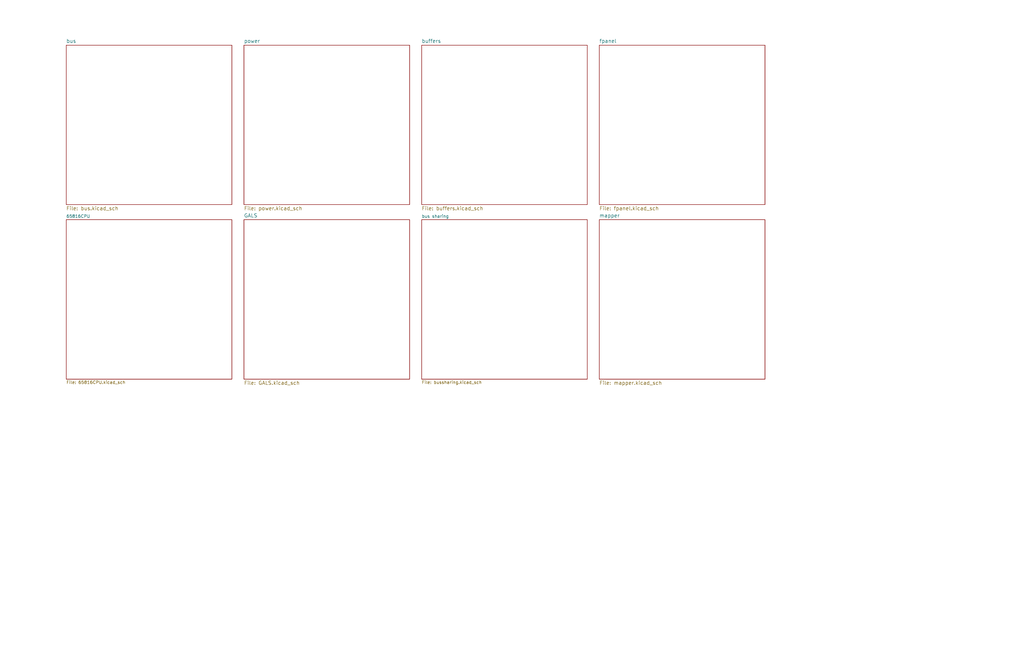
<source format=kicad_sch>
(kicad_sch (version 20211123) (generator eeschema)

  (uuid 18cdbc1e-88fb-4fa4-ad3d-e978304be174)

  (paper "B")

  (title_block
    (title "Duodyne 65265 CPU board")
    (date "2025-04-12")
    (rev "V0.5")
  )

  (lib_symbols
  )


  (sheet (at 102.87 92.71) (size 69.85 67.31) (fields_autoplaced)
    (stroke (width 0) (type solid) (color 0 0 0 0))
    (fill (color 0 0 0 0.0000))
    (uuid 00000000-0000-0000-0000-0000640c66b9)
    (property "Sheet name" "GALS" (id 0) (at 102.87 91.8714 0)
      (effects (font (size 1.524 1.524)) (justify left bottom))
    )
    (property "Sheet file" "GALS.kicad_sch" (id 1) (at 102.87 160.7062 0)
      (effects (font (size 1.524 1.524)) (justify left top))
    )
  )

  (sheet (at 252.73 92.71) (size 69.85 67.31) (fields_autoplaced)
    (stroke (width 0) (type solid) (color 0 0 0 0))
    (fill (color 0 0 0 0.0000))
    (uuid 00000000-0000-0000-0000-000064122c47)
    (property "Sheet name" "mapper" (id 0) (at 252.73 91.8714 0)
      (effects (font (size 1.524 1.524)) (justify left bottom))
    )
    (property "Sheet file" "mapper.kicad_sch" (id 1) (at 252.73 160.7062 0)
      (effects (font (size 1.524 1.524)) (justify left top))
    )
  )

  (sheet (at 252.73 19.05) (size 69.85 67.31) (fields_autoplaced)
    (stroke (width 0) (type solid) (color 0 0 0 0))
    (fill (color 0 0 0 0.0000))
    (uuid 00000000-0000-0000-0000-000064137070)
    (property "Sheet name" "fpanel" (id 0) (at 252.73 18.2114 0)
      (effects (font (size 1.524 1.524)) (justify left bottom))
    )
    (property "Sheet file" "fpanel.kicad_sch" (id 1) (at 252.73 87.0462 0)
      (effects (font (size 1.524 1.524)) (justify left top))
    )
  )

  (sheet (at 27.94 19.05) (size 69.85 67.31) (fields_autoplaced)
    (stroke (width 0) (type solid) (color 0 0 0 0))
    (fill (color 0 0 0 0.0000))
    (uuid 00000000-0000-0000-0000-00006416c532)
    (property "Sheet name" "bus" (id 0) (at 27.94 18.2114 0)
      (effects (font (size 1.524 1.524)) (justify left bottom))
    )
    (property "Sheet file" "bus.kicad_sch" (id 1) (at 27.94 87.0462 0)
      (effects (font (size 1.524 1.524)) (justify left top))
    )
  )

  (sheet (at 102.87 19.05) (size 69.85 67.31) (fields_autoplaced)
    (stroke (width 0) (type solid) (color 0 0 0 0))
    (fill (color 0 0 0 0.0000))
    (uuid 00000000-0000-0000-0000-0000643138dc)
    (property "Sheet name" "power" (id 0) (at 102.87 18.2114 0)
      (effects (font (size 1.524 1.524)) (justify left bottom))
    )
    (property "Sheet file" "power.kicad_sch" (id 1) (at 102.87 87.0462 0)
      (effects (font (size 1.524 1.524)) (justify left top))
    )
  )

  (sheet (at 177.8 19.05) (size 69.85 67.31) (fields_autoplaced)
    (stroke (width 0) (type solid) (color 0 0 0 0))
    (fill (color 0 0 0 0.0000))
    (uuid 00000000-0000-0000-0000-00006439f52f)
    (property "Sheet name" "buffers" (id 0) (at 177.8 18.2114 0)
      (effects (font (size 1.524 1.524)) (justify left bottom))
    )
    (property "Sheet file" "buffers.kicad_sch" (id 1) (at 177.8 87.0462 0)
      (effects (font (size 1.524 1.524)) (justify left top))
    )
  )

  (sheet (at 27.94 92.71) (size 69.85 67.31) (fields_autoplaced)
    (stroke (width 0.1524) (type solid) (color 0 0 0 0))
    (fill (color 0 0 0 0.0000))
    (uuid ba44e7a1-24af-4410-9b7f-d27d944b565f)
    (property "Sheet name" "65816CPU" (id 0) (at 27.94 91.9984 0)
      (effects (font (size 1.27 1.27)) (justify left bottom))
    )
    (property "Sheet file" "65816CPU.kicad_sch" (id 1) (at 27.94 160.6046 0)
      (effects (font (size 1.27 1.27)) (justify left top))
    )
  )

  (sheet (at 177.8 92.71) (size 69.85 67.31) (fields_autoplaced)
    (stroke (width 0.1524) (type solid) (color 0 0 0 0))
    (fill (color 0 0 0 0.0000))
    (uuid ff72463c-5183-4732-aac6-18e75b0f54a5)
    (property "Sheet name" "bus sharing" (id 0) (at 177.8 91.9984 0)
      (effects (font (size 1.27 1.27)) (justify left bottom))
    )
    (property "Sheet file" "bussharing.kicad_sch" (id 1) (at 177.8 160.6046 0)
      (effects (font (size 1.27 1.27)) (justify left top))
    )
  )

  (sheet_instances
    (path "/" (page "1"))
    (path "/00000000-0000-0000-0000-00006416c532" (page "2"))
    (path "/00000000-0000-0000-0000-0000643138dc" (page "4"))
    (path "/00000000-0000-0000-0000-0000640c66b9" (page "5"))
    (path "/00000000-0000-0000-0000-00006439f52f" (page "6"))
    (path "/00000000-0000-0000-0000-000064137070" (page "8"))
    (path "/ba44e7a1-24af-4410-9b7f-d27d944b565f" (page "9"))
    (path "/ff72463c-5183-4732-aac6-18e75b0f54a5" (page "9"))
    (path "/00000000-0000-0000-0000-000064122c47" (page "11"))
  )

  (symbol_instances
    (path "/00000000-0000-0000-0000-0000643138dc/00000000-0000-0000-0000-0000677ee733"
      (reference "#FLG01") (unit 1) (value "PWR_FLAG") (footprint "")
    )
    (path "/00000000-0000-0000-0000-0000643138dc/00000000-0000-0000-0000-0000677eae37"
      (reference "#FLG02") (unit 1) (value "PWR_FLAG") (footprint "")
    )
    (path "/00000000-0000-0000-0000-0000643138dc/00000000-0000-0000-0000-000061bf5d9e"
      (reference "#FLG06") (unit 1) (value "PWR_FLAG") (footprint "")
    )
    (path "/00000000-0000-0000-0000-0000643138dc/00000000-0000-0000-0000-000061c30931"
      (reference "#FLG07") (unit 1) (value "PWR_FLAG") (footprint "")
    )
    (path "/00000000-0000-0000-0000-000064122c47/00000000-0000-0000-0000-000064147ae5"
      (reference "#PWR01") (unit 1) (value "VCC") (footprint "")
    )
    (path "/ba44e7a1-24af-4410-9b7f-d27d944b565f/107af932-3391-43a8-85de-0919ee7cca99"
      (reference "#PWR02") (unit 1) (value "GND") (footprint "")
    )
    (path "/00000000-0000-0000-0000-000064122c47/00000000-0000-0000-0000-000064147aeb"
      (reference "#PWR03") (unit 1) (value "GND") (footprint "")
    )
    (path "/ba44e7a1-24af-4410-9b7f-d27d944b565f/bf008f29-2948-4574-adef-11d3b7ed319b"
      (reference "#PWR04") (unit 1) (value "GND") (footprint "")
    )
    (path "/ba44e7a1-24af-4410-9b7f-d27d944b565f/ad073591-8799-49a3-b054-9ad3dcaa90ed"
      (reference "#PWR05") (unit 1) (value "VCC") (footprint "")
    )
    (path "/ba44e7a1-24af-4410-9b7f-d27d944b565f/2bca0ead-cec6-4195-9452-def302193690"
      (reference "#PWR06") (unit 1) (value "VCC") (footprint "")
    )
    (path "/00000000-0000-0000-0000-00006439f52f/00000000-0000-0000-0000-00006424b529"
      (reference "#PWR07") (unit 1) (value "VCC") (footprint "")
    )
    (path "/00000000-0000-0000-0000-0000643138dc/0b05c438-0a18-42a3-80d9-a010ec50bc5f"
      (reference "#PWR08") (unit 1) (value "VCC") (footprint "")
    )
    (path "/00000000-0000-0000-0000-00006439f52f/00000000-0000-0000-0000-00006424b533"
      (reference "#PWR09") (unit 1) (value "GND") (footprint "")
    )
    (path "/00000000-0000-0000-0000-000064122c47/00000000-0000-0000-0000-0000641faad4"
      (reference "#PWR010") (unit 1) (value "VCC") (footprint "")
    )
    (path "/00000000-0000-0000-0000-000064122c47/00000000-0000-0000-0000-0000641faada"
      (reference "#PWR011") (unit 1) (value "GND") (footprint "")
    )
    (path "/00000000-0000-0000-0000-000064122c47/f41ceff0-0a4c-426b-9094-c68684ca6c2e"
      (reference "#PWR012") (unit 1) (value "VCC") (footprint "")
    )
    (path "/ba44e7a1-24af-4410-9b7f-d27d944b565f/306cbe8e-9a9e-4019-ab11-0bb0b408f90a"
      (reference "#PWR013") (unit 1) (value "VCC") (footprint "")
    )
    (path "/00000000-0000-0000-0000-0000643138dc/00000000-0000-0000-0000-000064060f28"
      (reference "#PWR014") (unit 1) (value "VCC") (footprint "")
    )
    (path "/00000000-0000-0000-0000-000064122c47/dd27cd20-5807-4d44-ac90-9e003a514f5b"
      (reference "#PWR015") (unit 1) (value "GND") (footprint "")
    )
    (path "/00000000-0000-0000-0000-000064122c47/d7b4b364-f4b1-4944-ad9f-493a54887a91"
      (reference "#PWR016") (unit 1) (value "VCC") (footprint "")
    )
    (path "/ba44e7a1-24af-4410-9b7f-d27d944b565f/646b01d5-f09c-4929-aa16-c2e857cb951a"
      (reference "#PWR017") (unit 1) (value "VCC") (footprint "")
    )
    (path "/00000000-0000-0000-0000-000064122c47/759f3217-d29d-4592-b9e0-7cb4f64c1916"
      (reference "#PWR018") (unit 1) (value "VCC") (footprint "")
    )
    (path "/ba44e7a1-24af-4410-9b7f-d27d944b565f/f577dc76-aa77-41c6-8a44-d4fad36e18ca"
      (reference "#PWR019") (unit 1) (value "VCC") (footprint "")
    )
    (path "/00000000-0000-0000-0000-000064122c47/1d2c2bf6-17ef-4ed8-bda6-c43e63b68a4d"
      (reference "#PWR020") (unit 1) (value "VCC") (footprint "")
    )
    (path "/ba44e7a1-24af-4410-9b7f-d27d944b565f/b0ca1975-184d-43b1-b23f-b67700594863"
      (reference "#PWR021") (unit 1) (value "VCC") (footprint "")
    )
    (path "/ba44e7a1-24af-4410-9b7f-d27d944b565f/4f5507b5-9af5-4c61-a290-404a26cf6d48"
      (reference "#PWR024") (unit 1) (value "VCC") (footprint "")
    )
    (path "/00000000-0000-0000-0000-000064122c47/cbb91dda-10c8-4833-aad0-cd3e8bbb2209"
      (reference "#PWR025") (unit 1) (value "GND") (footprint "")
    )
    (path "/ba44e7a1-24af-4410-9b7f-d27d944b565f/03730084-5be7-49cb-89e7-b45fb62cce63"
      (reference "#PWR026") (unit 1) (value "GND") (footprint "")
    )
    (path "/ba44e7a1-24af-4410-9b7f-d27d944b565f/eb1fd595-c228-41ba-986d-c6a2281ef12f"
      (reference "#PWR028") (unit 1) (value "VCC") (footprint "")
    )
    (path "/ba44e7a1-24af-4410-9b7f-d27d944b565f/19c638d6-79a0-43d2-9730-dc0ab9da51fa"
      (reference "#PWR030") (unit 1) (value "GND") (footprint "")
    )
    (path "/ba44e7a1-24af-4410-9b7f-d27d944b565f/50483e94-1ef2-4697-b4dd-ce0922bcbfca"
      (reference "#PWR031") (unit 1) (value "VCC") (footprint "")
    )
    (path "/ba44e7a1-24af-4410-9b7f-d27d944b565f/42f2b020-44a1-47f3-b086-dad55ca8160e"
      (reference "#PWR034") (unit 1) (value "VCC") (footprint "")
    )
    (path "/ba44e7a1-24af-4410-9b7f-d27d944b565f/f709a401-610e-4a04-8b4a-46ead637c1d8"
      (reference "#PWR035") (unit 1) (value "GND") (footprint "")
    )
    (path "/00000000-0000-0000-0000-0000643138dc/00000000-0000-0000-0000-00006404b16d"
      (reference "#PWR037") (unit 1) (value "GND") (footprint "")
    )
    (path "/00000000-0000-0000-0000-0000643138dc/00000000-0000-0000-0000-0000678b4d3c"
      (reference "#PWR040") (unit 1) (value "GND") (footprint "")
    )
    (path "/00000000-0000-0000-0000-0000643138dc/00000000-0000-0000-0000-00006078f299"
      (reference "#PWR075") (unit 1) (value "VCC") (footprint "")
    )
    (path "/00000000-0000-0000-0000-0000643138dc/00000000-0000-0000-0000-00005dc72f1a"
      (reference "#PWR077") (unit 1) (value "GND") (footprint "")
    )
    (path "/00000000-0000-0000-0000-000064122c47/ec04a9e3-42d7-486b-9802-7ada55d121e3"
      (reference "#PWR0101") (unit 1) (value "GND") (footprint "")
    )
    (path "/00000000-0000-0000-0000-000064122c47/ec922c29-fc2a-4bba-beb8-41310b7033b5"
      (reference "#PWR0102") (unit 1) (value "GND") (footprint "")
    )
    (path "/00000000-0000-0000-0000-000064122c47/8f671c3b-0292-4e30-ab70-3524f770b66f"
      (reference "#PWR0103") (unit 1) (value "VCC") (footprint "")
    )
    (path "/ff72463c-5183-4732-aac6-18e75b0f54a5/021a36b7-9b9d-44b8-9f8e-190006634ff6"
      (reference "#PWR0104") (unit 1) (value "GND") (footprint "")
    )
    (path "/ff72463c-5183-4732-aac6-18e75b0f54a5/72aba676-917b-4589-a106-e581b32a66a1"
      (reference "#PWR0105") (unit 1) (value "GND") (footprint "")
    )
    (path "/ff72463c-5183-4732-aac6-18e75b0f54a5/c037e2c3-6490-41cd-8767-79bef062cff4"
      (reference "#PWR0106") (unit 1) (value "VCC") (footprint "")
    )
    (path "/ff72463c-5183-4732-aac6-18e75b0f54a5/b8719e59-7a0a-4ba6-991f-41f58e94fcb1"
      (reference "#PWR0107") (unit 1) (value "GND") (footprint "")
    )
    (path "/00000000-0000-0000-0000-000064122c47/5baa4103-41d2-4f19-97b0-39315dc94941"
      (reference "#PWR0108") (unit 1) (value "VCC") (footprint "")
    )
    (path "/ff72463c-5183-4732-aac6-18e75b0f54a5/ed69963f-027d-4792-9372-6a6ffaf51f59"
      (reference "#PWR0109") (unit 1) (value "VCC") (footprint "")
    )
    (path "/00000000-0000-0000-0000-00006439f52f/00000000-0000-0000-0000-0000645681a7"
      (reference "#PWR0110") (unit 1) (value "VCC") (footprint "")
    )
    (path "/ff72463c-5183-4732-aac6-18e75b0f54a5/af7728e2-77a6-42e1-b83b-74b73a641017"
      (reference "#PWR0111") (unit 1) (value "VCC") (footprint "")
    )
    (path "/ff72463c-5183-4732-aac6-18e75b0f54a5/6bfd9898-7e3b-41c6-990f-ce9becef3e9a"
      (reference "#PWR0112") (unit 1) (value "VCC") (footprint "")
    )
    (path "/00000000-0000-0000-0000-0000643138dc/00000000-0000-0000-0000-000074740b2a"
      (reference "#PWR0113") (unit 1) (value "VCC") (footprint "")
    )
    (path "/00000000-0000-0000-0000-0000643138dc/00000000-0000-0000-0000-000074741222"
      (reference "#PWR0114") (unit 1) (value "GND") (footprint "")
    )
    (path "/00000000-0000-0000-0000-0000643138dc/00000000-0000-0000-0000-0000748148d0"
      (reference "#PWR0115") (unit 1) (value "GND") (footprint "")
    )
    (path "/00000000-0000-0000-0000-0000643138dc/00000000-0000-0000-0000-000074815b64"
      (reference "#PWR0116") (unit 1) (value "VCC") (footprint "")
    )
    (path "/00000000-0000-0000-0000-0000643138dc/00000000-0000-0000-0000-00006423b698"
      (reference "#PWR0117") (unit 1) (value "GND") (footprint "")
    )
    (path "/00000000-0000-0000-0000-00006439f52f/98ade9d1-02b7-4fe8-98e7-94c9cf8944ca"
      (reference "#PWR0118") (unit 1) (value "VCC") (footprint "")
    )
    (path "/00000000-0000-0000-0000-0000640c66b9/b2ce378b-9901-49fe-8446-903dda460d12"
      (reference "#PWR0119") (unit 1) (value "GND") (footprint "")
    )
    (path "/ff72463c-5183-4732-aac6-18e75b0f54a5/b36db2d8-5e68-4b45-8af9-7745ad14aaec"
      (reference "#PWR0120") (unit 1) (value "GND") (footprint "")
    )
    (path "/00000000-0000-0000-0000-000064122c47/b9e80957-5a49-44aa-8dd3-fa4e925d9f4a"
      (reference "#PWR0121") (unit 1) (value "VCC") (footprint "")
    )
    (path "/00000000-0000-0000-0000-0000640c66b9/e4f51b3a-068e-4f89-8be2-ff1d37966a5c"
      (reference "#PWR0122") (unit 1) (value "VCC") (footprint "")
    )
    (path "/00000000-0000-0000-0000-0000640c66b9/2191821e-fe71-4ede-89f0-0e3a34c6f701"
      (reference "#PWR0123") (unit 1) (value "VCC") (footprint "")
    )
    (path "/00000000-0000-0000-0000-0000640c66b9/fb7c5d2d-e3df-40b0-a186-ae9b5f66ce73"
      (reference "#PWR0124") (unit 1) (value "GND") (footprint "")
    )
    (path "/00000000-0000-0000-0000-00006439f52f/00000000-0000-0000-0000-00006442f2c6"
      (reference "#PWR0125") (unit 1) (value "VCC") (footprint "")
    )
    (path "/00000000-0000-0000-0000-00006439f52f/00000000-0000-0000-0000-00006442f2cc"
      (reference "#PWR0126") (unit 1) (value "GND") (footprint "")
    )
    (path "/00000000-0000-0000-0000-00006439f52f/00000000-0000-0000-0000-00006449eaff"
      (reference "#PWR0127") (unit 1) (value "VCC") (footprint "")
    )
    (path "/00000000-0000-0000-0000-00006439f52f/00000000-0000-0000-0000-00006449eb05"
      (reference "#PWR0128") (unit 1) (value "GND") (footprint "")
    )
    (path "/00000000-0000-0000-0000-00006439f52f/00000000-0000-0000-0000-00006450229d"
      (reference "#PWR0129") (unit 1) (value "VCC") (footprint "")
    )
    (path "/00000000-0000-0000-0000-00006439f52f/00000000-0000-0000-0000-0000645022a3"
      (reference "#PWR0130") (unit 1) (value "GND") (footprint "")
    )
    (path "/00000000-0000-0000-0000-00006439f52f/00000000-0000-0000-0000-0000645681ad"
      (reference "#PWR0131") (unit 1) (value "GND") (footprint "")
    )
    (path "/00000000-0000-0000-0000-00006439f52f/00000000-0000-0000-0000-0000645681c8"
      (reference "#PWR0132") (unit 1) (value "VCC") (footprint "")
    )
    (path "/00000000-0000-0000-0000-00006439f52f/00000000-0000-0000-0000-0000645681ed"
      (reference "#PWR0133") (unit 1) (value "VCC") (footprint "")
    )
    (path "/00000000-0000-0000-0000-00006439f52f/00000000-0000-0000-0000-000064568202"
      (reference "#PWR0134") (unit 1) (value "GND") (footprint "")
    )
    (path "/00000000-0000-0000-0000-00006439f52f/00000000-0000-0000-0000-000064568219"
      (reference "#PWR0135") (unit 1) (value "VCC") (footprint "")
    )
    (path "/00000000-0000-0000-0000-000064137070/00000000-0000-0000-0000-00006417294b"
      (reference "#PWR0141") (unit 1) (value "GND") (footprint "")
    )
    (path "/00000000-0000-0000-0000-000064137070/00000000-0000-0000-0000-000064172957"
      (reference "#PWR0142") (unit 1) (value "VCC") (footprint "")
    )
    (path "/00000000-0000-0000-0000-000064137070/00000000-0000-0000-0000-000064172992"
      (reference "#PWR0143") (unit 1) (value "VCC") (footprint "")
    )
    (path "/00000000-0000-0000-0000-000064137070/00000000-0000-0000-0000-0000641729c1"
      (reference "#PWR0144") (unit 1) (value "GND") (footprint "")
    )
    (path "/00000000-0000-0000-0000-000064137070/00000000-0000-0000-0000-0000641729c7"
      (reference "#PWR0145") (unit 1) (value "VCC") (footprint "")
    )
    (path "/00000000-0000-0000-0000-0000643138dc/b09a8582-523b-482f-b76d-1dd59d5f51e0"
      (reference "C1") (unit 1) (value "0.1u") (footprint "Capacitor_THT:C_Disc_D5.0mm_W2.5mm_P5.00mm")
    )
    (path "/00000000-0000-0000-0000-0000643138dc/00000000-0000-0000-0000-000066ef3cb5"
      (reference "C2") (unit 1) (value "0.1u") (footprint "Capacitor_THT:C_Disc_D5.0mm_W2.5mm_P5.00mm")
    )
    (path "/00000000-0000-0000-0000-0000643138dc/00000000-0000-0000-0000-000066ef3cb6"
      (reference "C3") (unit 1) (value "0.1u") (footprint "Capacitor_THT:C_Disc_D5.0mm_W2.5mm_P5.00mm")
    )
    (path "/00000000-0000-0000-0000-0000643138dc/00000000-0000-0000-0000-000066ef3cb7"
      (reference "C4") (unit 1) (value "0.1u") (footprint "Capacitor_THT:C_Disc_D5.0mm_W2.5mm_P5.00mm")
    )
    (path "/00000000-0000-0000-0000-0000643138dc/00000000-0000-0000-0000-000066ef3cb8"
      (reference "C5") (unit 1) (value "0.1u") (footprint "Capacitor_THT:C_Disc_D5.0mm_W2.5mm_P5.00mm")
    )
    (path "/00000000-0000-0000-0000-0000643138dc/00000000-0000-0000-0000-000066ef3cb9"
      (reference "C6") (unit 1) (value "0.1u") (footprint "Capacitor_THT:C_Disc_D5.0mm_W2.5mm_P5.00mm")
    )
    (path "/00000000-0000-0000-0000-0000643138dc/00000000-0000-0000-0000-000066ef3cb0"
      (reference "C8") (unit 1) (value "0.1u") (footprint "Capacitor_THT:C_Disc_D5.0mm_W2.5mm_P5.00mm")
    )
    (path "/00000000-0000-0000-0000-0000643138dc/00000000-0000-0000-0000-0000604aaf75"
      (reference "C9") (unit 1) (value "0.1u") (footprint "Capacitor_THT:C_Disc_D5.0mm_W2.5mm_P5.00mm")
    )
    (path "/00000000-0000-0000-0000-0000643138dc/00000000-0000-0000-0000-0000604aaf7b"
      (reference "C10") (unit 1) (value "0.1u") (footprint "Capacitor_THT:C_Disc_D5.0mm_W2.5mm_P5.00mm")
    )
    (path "/00000000-0000-0000-0000-0000643138dc/00000000-0000-0000-0000-0000604aaf81"
      (reference "C11") (unit 1) (value "0.1u") (footprint "Capacitor_THT:C_Disc_D5.0mm_W2.5mm_P5.00mm")
    )
    (path "/00000000-0000-0000-0000-0000643138dc/00000000-0000-0000-0000-0000604aaf87"
      (reference "C12") (unit 1) (value "0.1u") (footprint "Capacitor_THT:C_Disc_D5.0mm_W2.5mm_P5.00mm")
    )
    (path "/00000000-0000-0000-0000-0000643138dc/00000000-0000-0000-0000-0000619d49ce"
      (reference "C13") (unit 1) (value "0.1u") (footprint "Capacitor_THT:C_Disc_D5.0mm_W2.5mm_P5.00mm")
    )
    (path "/00000000-0000-0000-0000-0000643138dc/00000000-0000-0000-0000-0000619d4c6a"
      (reference "C14") (unit 1) (value "0.1u") (footprint "Capacitor_THT:C_Disc_D5.0mm_W2.5mm_P5.00mm")
    )
    (path "/00000000-0000-0000-0000-0000643138dc/00000000-0000-0000-0000-000063a0f723"
      (reference "C15") (unit 1) (value "0.1u") (footprint "Capacitor_THT:C_Disc_D5.0mm_W2.5mm_P5.00mm")
    )
    (path "/00000000-0000-0000-0000-0000643138dc/00000000-0000-0000-0000-0000621873dc"
      (reference "C16") (unit 1) (value "0.1u") (footprint "Capacitor_THT:C_Disc_D5.0mm_W2.5mm_P5.00mm")
    )
    (path "/00000000-0000-0000-0000-0000643138dc/00000000-0000-0000-0000-0000603a8e72"
      (reference "C17") (unit 1) (value "0.1u") (footprint "Capacitor_THT:C_Disc_D5.0mm_W2.5mm_P5.00mm")
    )
    (path "/00000000-0000-0000-0000-0000643138dc/00000000-0000-0000-0000-0000603a8ed5"
      (reference "C18") (unit 1) (value "0.1u") (footprint "Capacitor_THT:C_Disc_D5.0mm_W2.5mm_P5.00mm")
    )
    (path "/00000000-0000-0000-0000-0000643138dc/00000000-0000-0000-0000-0000603a8f23"
      (reference "C19") (unit 1) (value "0.1u") (footprint "Capacitor_THT:C_Disc_D5.0mm_W2.5mm_P5.00mm")
    )
    (path "/00000000-0000-0000-0000-0000643138dc/00000000-0000-0000-0000-0000603a8f29"
      (reference "C20") (unit 1) (value "0.1u") (footprint "Capacitor_THT:C_Disc_D5.0mm_W2.5mm_P5.00mm")
    )
    (path "/00000000-0000-0000-0000-0000643138dc/00000000-0000-0000-0000-0000603a8fa5"
      (reference "C21") (unit 1) (value "0.1u") (footprint "Capacitor_THT:C_Disc_D5.0mm_W2.5mm_P5.00mm")
    )
    (path "/00000000-0000-0000-0000-0000643138dc/00000000-0000-0000-0000-0000603a8fab"
      (reference "C22") (unit 1) (value "0.1u") (footprint "Capacitor_THT:C_Disc_D5.0mm_W2.5mm_P5.00mm")
    )
    (path "/00000000-0000-0000-0000-0000643138dc/00000000-0000-0000-0000-00006039a89e"
      (reference "C23") (unit 1) (value "0.1u") (footprint "Capacitor_THT:C_Disc_D5.0mm_W2.5mm_P5.00mm")
    )
    (path "/00000000-0000-0000-0000-0000643138dc/00000000-0000-0000-0000-0000604fab57"
      (reference "C24") (unit 1) (value "0.1u") (footprint "Capacitor_THT:C_Disc_D5.0mm_W2.5mm_P5.00mm")
    )
    (path "/00000000-0000-0000-0000-0000643138dc/00000000-0000-0000-0000-00006039bd2a"
      (reference "C25") (unit 1) (value "10u") (footprint "Capacitor_THT:CP_Radial_D5.0mm_P2.50mm")
    )
    (path "/00000000-0000-0000-0000-0000643138dc/00000000-0000-0000-0000-000066ef3cb2"
      (reference "C26") (unit 1) (value "10u") (footprint "Capacitor_THT:CP_Radial_D5.0mm_P2.50mm")
    )
    (path "/00000000-0000-0000-0000-0000643138dc/00000000-0000-0000-0000-000066ef3cb1"
      (reference "C27") (unit 1) (value "10u") (footprint "Capacitor_THT:CP_Radial_D5.0mm_P2.50mm")
    )
    (path "/00000000-0000-0000-0000-0000643138dc/00000000-0000-0000-0000-0000603a3d80"
      (reference "C28") (unit 1) (value "10u") (footprint "Capacitor_THT:CP_Radial_D5.0mm_P2.50mm")
    )
    (path "/00000000-0000-0000-0000-0000643138dc/00000000-0000-0000-0000-00006046282a"
      (reference "C29") (unit 1) (value "22u") (footprint "Capacitor_THT:CP_Radial_D5.0mm_P2.50mm")
    )
    (path "/00000000-0000-0000-0000-0000643138dc/00000000-0000-0000-0000-000064409848"
      (reference "C30") (unit 1) (value "0.1u") (footprint "Capacitor_THT:C_Disc_D5.0mm_W2.5mm_P5.00mm")
    )
    (path "/00000000-0000-0000-0000-0000643138dc/00000000-0000-0000-0000-00006440984e"
      (reference "C31") (unit 1) (value "0.1u") (footprint "Capacitor_THT:C_Disc_D5.0mm_W2.5mm_P5.00mm")
    )
    (path "/00000000-0000-0000-0000-0000643138dc/00000000-0000-0000-0000-000064409854"
      (reference "C32") (unit 1) (value "0.1u") (footprint "Capacitor_THT:C_Disc_D5.0mm_W2.5mm_P5.00mm")
    )
    (path "/00000000-0000-0000-0000-0000643138dc/00000000-0000-0000-0000-00006440985a"
      (reference "C33") (unit 1) (value "0.1u") (footprint "Capacitor_THT:C_Disc_D5.0mm_W2.5mm_P5.00mm")
    )
    (path "/00000000-0000-0000-0000-0000643138dc/00000000-0000-0000-0000-000064409860"
      (reference "C34") (unit 1) (value "0.1u") (footprint "Capacitor_THT:C_Disc_D5.0mm_W2.5mm_P5.00mm")
    )
    (path "/00000000-0000-0000-0000-0000643138dc/00000000-0000-0000-0000-00006436dac6"
      (reference "C35") (unit 1) (value "0.1u") (footprint "Capacitor_THT:C_Disc_D5.0mm_W2.5mm_P5.00mm")
    )
    (path "/00000000-0000-0000-0000-0000643138dc/00000000-0000-0000-0000-00006067ab82"
      (reference "C36") (unit 1) (value "0.1u") (footprint "Capacitor_THT:C_Disc_D5.0mm_W2.5mm_P5.00mm")
    )
    (path "/00000000-0000-0000-0000-0000643138dc/00000000-0000-0000-0000-00006067ab88"
      (reference "C37") (unit 1) (value "0.1u") (footprint "Capacitor_THT:C_Disc_D5.0mm_W2.5mm_P5.00mm")
    )
    (path "/00000000-0000-0000-0000-0000643138dc/00000000-0000-0000-0000-00006067ab8e"
      (reference "C38") (unit 1) (value "0.1u") (footprint "Capacitor_THT:C_Disc_D5.0mm_W2.5mm_P5.00mm")
    )
    (path "/00000000-0000-0000-0000-0000643138dc/00000000-0000-0000-0000-000064376ff9"
      (reference "C39") (unit 1) (value "0.1u") (footprint "Capacitor_THT:C_Disc_D5.0mm_W2.5mm_P5.00mm")
    )
    (path "/00000000-0000-0000-0000-0000643138dc/1852e14f-4b7c-4953-8076-6d8ca6e51eb3"
      (reference "C40") (unit 1) (value "0.1u") (footprint "Capacitor_THT:C_Disc_D5.0mm_W2.5mm_P5.00mm")
    )
    (path "/00000000-0000-0000-0000-0000643138dc/00000000-0000-0000-0000-00005ec2d28f"
      (reference "C46") (unit 1) (value "47uF") (footprint "Capacitor_THT:CP_Radial_D5.0mm_P2.50mm")
    )
    (path "/ba44e7a1-24af-4410-9b7f-d27d944b565f/f3f487d6-fbae-44ff-b1a7-bc601ac8342b"
      (reference "D2") (unit 1) (value "LED") (footprint "LED_THT:LED_D3.0mm_Horizontal_O3.81mm_Z2.0mm")
    )
    (path "/ba44e7a1-24af-4410-9b7f-d27d944b565f/a490af47-b6de-4a43-9804-e7c3a74d6614"
      (reference "D3") (unit 1) (value "LED") (footprint "LED_THT:LED_D3.0mm_Horizontal_O3.81mm_Z2.0mm")
    )
    (path "/ff72463c-5183-4732-aac6-18e75b0f54a5/5755ef8b-e2f8-449d-8c67-f664738a44cf"
      (reference "D4") (unit 1) (value "6502") (footprint "LED_THT:LED_D3.0mm_Horizontal_O3.81mm_Z2.0mm")
    )
    (path "/ba44e7a1-24af-4410-9b7f-d27d944b565f/e5d6193a-4b48-47f3-9c4e-07f266bdf5bc"
      (reference "D6") (unit 1) (value "1N4148") (footprint "Diode_THT:D_DO-35_SOD27_P7.62mm_Horizontal")
    )
    (path "/00000000-0000-0000-0000-0000643138dc/00000000-0000-0000-0000-000069da04ba"
      (reference "D7") (unit 1) (value "LED") (footprint "LED_THT:LED_D3.0mm_Horizontal_O3.81mm_Z2.0mm")
    )
    (path "/00000000-0000-0000-0000-000064122c47/17929d5a-0e2b-4d15-a417-3870dad7c514"
      (reference "D9") (unit 1) (value "LED") (footprint "LED_THT:LED_D3.0mm_Horizontal_O3.81mm_Z2.0mm")
    )
    (path "/00000000-0000-0000-0000-0000643138dc/00000000-0000-0000-0000-0000640ace56"
      (reference "H1") (unit 1) (value "MountingHole") (footprint "MountingHole:MountingHole_3.2mm_M3_Pad")
    )
    (path "/00000000-0000-0000-0000-0000643138dc/00000000-0000-0000-0000-000063eab760"
      (reference "H2") (unit 1) (value "MountingHole") (footprint "MountingHole:MountingHole_3.2mm_M3_Pad")
    )
    (path "/ff72463c-5183-4732-aac6-18e75b0f54a5/07cf95ae-0d39-4777-86e1-52ddd6ffdada"
      (reference "J1") (unit 1) (value "IO Address Select") (footprint "Connector_PinHeader_2.54mm:PinHeader_2x08_P2.54mm_Vertical")
    )
    (path "/ff72463c-5183-4732-aac6-18e75b0f54a5/ccdb0986-66fd-45c0-b020-9f08c2cfb945"
      (reference "J2") (unit 1) (value "65816 RESET") (footprint "Connector_PinHeader_2.54mm:PinHeader_1x03_P2.54mm_Horizontal")
    )
    (path "/ff72463c-5183-4732-aac6-18e75b0f54a5/59e4b649-c943-4500-8e90-5772679f08ed"
      (reference "J3") (unit 1) (value "65816 ONLY") (footprint "Connector_PinHeader_2.54mm:PinHeader_1x03_P2.54mm_Horizontal")
    )
    (path "/00000000-0000-0000-0000-000064137070/00000000-0000-0000-0000-000064172976"
      (reference "J11") (unit 1) (value "FPANEL") (footprint "Connector_IDC:IDC-Header_2x20_P2.54mm_Horizontal")
    )
    (path "/ba44e7a1-24af-4410-9b7f-d27d944b565f/f2518991-33af-4eed-b20f-f910da1137a4"
      (reference "JP1") (unit 1) (value "RES SEL") (footprint "Connector_PinHeader_2.54mm:PinHeader_1x02_P2.54mm_Vertical")
    )
    (path "/00000000-0000-0000-0000-00006439f52f/59c881c6-328e-405e-8f86-e3b2d3e9d0ee"
      (reference "JP3") (unit 1) (value "GENERATE CLOCK") (footprint "Connector_PinHeader_2.54mm:PinHeader_1x02_P2.54mm_Vertical")
    )
    (path "/00000000-0000-0000-0000-00006416c532/9f0ee76e-a85a-4775-b239-79f0b00d7dbc"
      (reference "JP4") (unit 1) (value "GENERATE RESET") (footprint "Connector_PinHeader_2.54mm:PinHeader_1x02_P2.54mm_Horizontal")
    )
    (path "/00000000-0000-0000-0000-00006439f52f/00000000-0000-0000-0000-0000645681d6"
      (reference "JP7") (unit 1) (value "BUS CPU") (footprint "Connector_PinHeader_2.54mm:PinHeader_2x04_P2.54mm_Vertical")
    )
    (path "/00000000-0000-0000-0000-000064122c47/00000000-0000-0000-0000-000064147ac3"
      (reference "JP10") (unit 1) (value "IO PORT ADDR") (footprint "Connector_PinHeader_2.54mm:PinHeader_2x04_P2.54mm_Vertical")
    )
    (path "/00000000-0000-0000-0000-0000643138dc/67c11acd-46d8-46f8-9f2c-6b3328c1776f"
      (reference "NT3") (unit 1) (value "NetTie_2") (footprint "NetTie:NetTie-2_THT_Pad0.3mm")
    )
    (path "/00000000-0000-0000-0000-0000643138dc/940691be-1c9f-42e2-ace8-25f93580c5d0"
      (reference "NT4") (unit 1) (value "NetTie_2") (footprint "NetTie:NetTie-2_THT_Pad0.3mm")
    )
    (path "/00000000-0000-0000-0000-00006416c532/00000000-0000-0000-0000-000069da04b5"
      (reference "P1") (unit 1) (value "CONN_02X25") (footprint "Connector_IDC:IDC-Header_2x25_P2.54mm_Horizontal")
    )
    (path "/00000000-0000-0000-0000-00006416c532/00000000-0000-0000-0000-000069da04b6"
      (reference "P2") (unit 1) (value "CONN_02X25") (footprint "Connector_IDC:IDC-Header_2x25_P2.54mm_Horizontal")
    )
    (path "/00000000-0000-0000-0000-00006416c532/00000000-0000-0000-0000-000064220138"
      (reference "P3") (unit 1) (value "CONN_02X25") (footprint "Connector_IDC:IDC-Header_2x25_P2.54mm_Horizontal")
    )
    (path "/00000000-0000-0000-0000-000064122c47/57581349-62db-4444-ae47-e20839c2ac9d"
      (reference "Q1") (unit 1) (value "2N3906") (footprint "Package_TO_SOT_THT:TO-92_HandSolder")
    )
    (path "/00000000-0000-0000-0000-000064122c47/9720790d-0e23-4092-9a14-549adcfda64c"
      (reference "Q2") (unit 1) (value "2N3906") (footprint "Package_TO_SOT_THT:TO-92_HandSolder")
    )
    (path "/00000000-0000-0000-0000-000064122c47/02c2a236-375d-4fb5-84ed-ea1f2d18749c"
      (reference "R1") (unit 1) (value "10K") (footprint "Resistor_THT:R_Axial_DIN0207_L6.3mm_D2.5mm_P7.62mm_Horizontal")
    )
    (path "/00000000-0000-0000-0000-000064122c47/b5163982-d6cf-4b9c-9c53-d23c4125a5d3"
      (reference "R2") (unit 1) (value "10K") (footprint "Resistor_THT:R_Axial_DIN0207_L6.3mm_D2.5mm_P7.62mm_Horizontal")
    )
    (path "/00000000-0000-0000-0000-000064122c47/dcd25420-c733-438a-a96c-e3bcabdbe2c8"
      (reference "R3") (unit 1) (value "3600") (footprint "Resistor_THT:R_Axial_DIN0207_L6.3mm_D2.5mm_P7.62mm_Horizontal")
    )
    (path "/ba44e7a1-24af-4410-9b7f-d27d944b565f/59be4c85-6e0b-46d0-bc9e-b7fd7c79ea74"
      (reference "R4") (unit 1) (value "470") (footprint "Resistor_THT:R_Axial_DIN0207_L6.3mm_D2.5mm_P7.62mm_Horizontal")
    )
    (path "/ba44e7a1-24af-4410-9b7f-d27d944b565f/31da51c9-15d0-4383-9810-d367a0b832ca"
      (reference "R5") (unit 1) (value "470") (footprint "Resistor_THT:R_Axial_DIN0207_L6.3mm_D2.5mm_P7.62mm_Horizontal")
    )
    (path "/00000000-0000-0000-0000-000064122c47/d5151685-1e4a-401f-affd-f02372b907de"
      (reference "R6") (unit 1) (value "3600") (footprint "Resistor_THT:R_Axial_DIN0207_L6.3mm_D2.5mm_P7.62mm_Horizontal")
    )
    (path "/ba44e7a1-24af-4410-9b7f-d27d944b565f/3d6e5635-b8f1-4698-b22a-ceff57ee5c0c"
      (reference "R7") (unit 1) (value "10") (footprint "Resistor_THT:R_Axial_DIN0207_L6.3mm_D2.5mm_P7.62mm_Horizontal")
    )
    (path "/ff72463c-5183-4732-aac6-18e75b0f54a5/b7989ea5-e673-4ff5-86eb-aae2e2e4bb02"
      (reference "R8") (unit 1) (value "470Ω") (footprint "Resistor_THT:R_Axial_DIN0207_L6.3mm_D2.5mm_P7.62mm_Horizontal")
    )
    (path "/ba44e7a1-24af-4410-9b7f-d27d944b565f/983b3dd6-8697-4b71-934f-d0deef43ea09"
      (reference "R9") (unit 1) (value "3K") (footprint "Resistor_THT:R_Axial_DIN0207_L6.3mm_D2.5mm_P7.62mm_Horizontal")
    )
    (path "/ff72463c-5183-4732-aac6-18e75b0f54a5/8729e18d-2267-4c84-a9d0-4e59733ee632"
      (reference "R10") (unit 1) (value "1KΩ") (footprint "Resistor_THT:R_Axial_DIN0207_L6.3mm_D2.5mm_P7.62mm_Horizontal")
    )
    (path "/00000000-0000-0000-0000-000064122c47/64d7496f-2291-45f9-b3c9-bf54ab18fc2d"
      (reference "R11") (unit 1) (value "1800") (footprint "Resistor_THT:R_Axial_DIN0207_L6.3mm_D2.5mm_P7.62mm_Horizontal")
    )
    (path "/00000000-0000-0000-0000-000064122c47/cdefb784-fd4f-4e83-a84b-19a09abe0fa7"
      (reference "R12") (unit 1) (value "470") (footprint "Resistor_THT:R_Axial_DIN0207_L6.3mm_D2.5mm_P7.62mm_Horizontal")
    )
    (path "/00000000-0000-0000-0000-0000643138dc/5a376e85-8892-405f-ab1e-432fa09c880c"
      (reference "R13") (unit 1) (value "470") (footprint "Resistor_THT:R_Axial_DIN0207_L6.3mm_D2.5mm_P7.62mm_Horizontal")
    )
    (path "/00000000-0000-0000-0000-000064122c47/81420c21-640a-4388-bfe7-1df2f7917258"
      (reference "R14") (unit 1) (value "1800") (footprint "Resistor_THT:R_Axial_DIN0207_L6.3mm_D2.5mm_P7.62mm_Horizontal")
    )
    (path "/00000000-0000-0000-0000-00006439f52f/087f0fe4-262a-4d25-9a78-8ab617dc82ca"
      (reference "R15") (unit 1) (value "1K") (footprint "Resistor_THT:R_Axial_DIN0207_L6.3mm_D2.5mm_P7.62mm_Horizontal")
    )
    (path "/00000000-0000-0000-0000-000064122c47/51c038b9-7776-40ec-b940-869ac11855ce"
      (reference "R16") (unit 1) (value "10K") (footprint "Resistor_THT:R_Axial_DIN0207_L6.3mm_D2.5mm_P7.62mm_Horizontal")
    )
    (path "/00000000-0000-0000-0000-000064122c47/260ef2c4-cf8f-49bf-b039-3f8a7ce1c192"
      (reference "R17") (unit 1) (value "10K") (footprint "Resistor_THT:R_Axial_DIN0207_L6.3mm_D2.5mm_P7.62mm_Horizontal")
    )
    (path "/00000000-0000-0000-0000-000064122c47/d1c79d86-18eb-4cf1-9fba-b2df2fe98639"
      (reference "R18") (unit 1) (value "120") (footprint "Resistor_THT:R_Axial_DIN0207_L6.3mm_D2.5mm_P7.62mm_Horizontal")
    )
    (path "/00000000-0000-0000-0000-000064122c47/8495676b-0a34-4391-8a6e-b51c8e98a5e4"
      (reference "R19") (unit 1) (value "120") (footprint "Resistor_THT:R_Axial_DIN0207_L6.3mm_D2.5mm_P7.62mm_Horizontal")
    )
    (path "/00000000-0000-0000-0000-00006439f52f/00000000-0000-0000-0000-0000645681f3"
      (reference "RN1") (unit 1) (value "4700") (footprint "Resistor_THT:R_Array_SIP9")
    )
    (path "/ff72463c-5183-4732-aac6-18e75b0f54a5/58086d53-75ab-42eb-a5ff-974dc635f05a"
      (reference "RN2") (unit 1) (value "1KΩ") (footprint "Resistor_THT:R_Array_SIP9")
    )
    (path "/00000000-0000-0000-0000-00006439f52f/00000000-0000-0000-0000-0000645681c2"
      (reference "RN4") (unit 1) (value "4700") (footprint "Resistor_THT:R_Array_SIP9")
    )
    (path "/00000000-0000-0000-0000-000064137070/00000000-0000-0000-0000-00006417297c"
      (reference "RN5") (unit 1) (value "4700") (footprint "Resistor_THT:R_Array_SIP9")
    )
    (path "/00000000-0000-0000-0000-000064122c47/00000000-0000-0000-0000-000064147af1"
      (reference "RN8") (unit 1) (value "10K") (footprint "Resistor_THT:R_Array_SIP9")
    )
    (path "/00000000-0000-0000-0000-000064122c47/a36a1dfd-73aa-4ce1-ab79-19099a226cf9"
      (reference "SP1") (unit 1) (value "SPEAKER") (footprint "CUSTOM:JAMECO SPEAKER")
    )
    (path "/00000000-0000-0000-0000-000064122c47/2ff70f7c-e120-4447-9cb1-b926416ae64d"
      (reference "SP2") (unit 1) (value "SPEAKER") (footprint "CUSTOM:JAMECO SPEAKER")
    )
    (path "/ba44e7a1-24af-4410-9b7f-d27d944b565f/804b5f9b-30de-4640-b49b-0af90de7dbe2"
      (reference "SW1") (unit 1) (value "RESET") (footprint "Button_Switch_THT:SW_Tactile_SPST_Angled_PTS645Vx58-2LFS")
    )
    (path "/00000000-0000-0000-0000-00006439f52f/cca11eda-8a31-42f7-9ee8-90340fd0fae5"
      (reference "U1") (unit 1) (value "74LS244") (footprint "Package_DIP:DIP-20_W7.62mm_Socket_LongPads")
    )
    (path "/ba44e7a1-24af-4410-9b7f-d27d944b565f/9e062bda-a4d0-441d-ade1-328b4c4fd2de"
      (reference "U2") (unit 1) (value "UART CLOCK") (footprint "Package_DIP:DIP-14_W7.62mm_Socket_LongPads")
    )
    (path "/ff72463c-5183-4732-aac6-18e75b0f54a5/fc56ce76-7aeb-43aa-b619-a45055ce9b3b"
      (reference "U3") (unit 2) (value "74LS14") (footprint "Package_DIP:DIP-14_W7.62mm_Socket_LongPads")
    )
    (path "/ff72463c-5183-4732-aac6-18e75b0f54a5/06c0594b-037a-4b57-9473-e3da9eec0334"
      (reference "U3") (unit 3) (value "74LS14") (footprint "Package_DIP:DIP-14_W7.62mm_Socket_LongPads")
    )
    (path "/00000000-0000-0000-0000-0000643138dc/ba58285d-9a2e-405a-940a-21985979b610"
      (reference "U3") (unit 4) (value "74LS14") (footprint "Package_DIP:DIP-14_W7.62mm_Socket_LongPads")
    )
    (path "/00000000-0000-0000-0000-0000643138dc/ba31ac97-7456-4644-b2ef-e890430fc62c"
      (reference "U3") (unit 5) (value "74LS14") (footprint "Package_DIP:DIP-14_W7.62mm_Socket_LongPads")
    )
    (path "/ff72463c-5183-4732-aac6-18e75b0f54a5/2f6dd24e-3168-4cbe-9932-8ece8498d39b"
      (reference "U3") (unit 6) (value "74LS14") (footprint "Package_DIP:DIP-14_W7.62mm_Socket_LongPads")
    )
    (path "/00000000-0000-0000-0000-0000643138dc/a3f7c2b5-1070-48f7-833c-ead296d86938"
      (reference "U3") (unit 7) (value "74LS14") (footprint "Package_DIP:DIP-14_W7.62mm_Socket_LongPads")
    )
    (path "/ba44e7a1-24af-4410-9b7f-d27d944b565f/44d02456-48e6-4e94-9dc7-fa116ed59691"
      (reference "U4") (unit 1) (value "74LS07") (footprint "Package_DIP:DIP-14_W7.62mm_Socket_LongPads")
    )
    (path "/00000000-0000-0000-0000-000064122c47/a4f23fbb-d644-496f-a0d4-34cfc30f4079"
      (reference "U4") (unit 2) (value "74LS07") (footprint "Package_DIP:DIP-14_W7.62mm_Socket_LongPads")
    )
    (path "/ba44e7a1-24af-4410-9b7f-d27d944b565f/e6d6baa3-7c04-4161-876f-8a8d4f592449"
      (reference "U4") (unit 3) (value "74LS07") (footprint "Package_DIP:DIP-14_W7.62mm_Socket_LongPads")
    )
    (path "/00000000-0000-0000-0000-0000643138dc/d6cb93b9-73eb-4641-a2c9-462d42d94581"
      (reference "U4") (unit 4) (value "74LS07") (footprint "Package_DIP:DIP-14_W7.62mm_Socket_LongPads")
    )
    (path "/ba44e7a1-24af-4410-9b7f-d27d944b565f/3621f30e-d9eb-4e6b-8b2e-405a7cf435f2"
      (reference "U4") (unit 5) (value "74LS07") (footprint "Package_DIP:DIP-14_W7.62mm_Socket_LongPads")
    )
    (path "/ff72463c-5183-4732-aac6-18e75b0f54a5/74bca526-009c-4018-87f4-b640c74bd1de"
      (reference "U4") (unit 6) (value "74LS07") (footprint "Package_DIP:DIP-14_W7.62mm_Socket_LongPads")
    )
    (path "/00000000-0000-0000-0000-0000643138dc/00000000-0000-0000-0000-0000603a96fc"
      (reference "U4") (unit 7) (value "74LS07") (footprint "Package_DIP:DIP-14_W7.62mm_Socket_LongPads")
    )
    (path "/00000000-0000-0000-0000-00006439f52f/39b116b0-5ed3-4f04-8a16-2f9b06809d8e"
      (reference "U5") (unit 1) (value "74LS244") (footprint "Package_DIP:DIP-20_W7.62mm_Socket_LongPads")
    )
    (path "/00000000-0000-0000-0000-00006439f52f/62d3c941-39e5-4094-83d2-81ab9f03d417"
      (reference "U6") (unit 1) (value "74LS244") (footprint "Package_DIP:DIP-20_W7.62mm_Socket_LongPads")
    )
    (path "/00000000-0000-0000-0000-000064122c47/b147c6e2-f1fb-4224-8e6c-218cd96994e5"
      (reference "U7") (unit 1) (value "74LS04") (footprint "Package_DIP:DIP-14_W7.62mm_Socket_LongPads")
    )
    (path "/00000000-0000-0000-0000-0000643138dc/f522d077-ebef-49fd-9cec-1e21b58ba3bf"
      (reference "U7") (unit 2) (value "74LS04") (footprint "Package_DIP:DIP-14_W7.62mm_Socket_LongPads")
    )
    (path "/ba44e7a1-24af-4410-9b7f-d27d944b565f/fd881c29-4632-44e2-9506-3b3f97d3312d"
      (reference "U7") (unit 3) (value "74LS04") (footprint "Package_DIP:DIP-14_W7.62mm_Socket_LongPads")
    )
    (path "/00000000-0000-0000-0000-0000643138dc/59bd8309-01f3-4f6d-8c55-b348500f2529"
      (reference "U7") (unit 4) (value "74LS04") (footprint "Package_DIP:DIP-14_W7.62mm_Socket_LongPads")
    )
    (path "/00000000-0000-0000-0000-0000643138dc/042c7fc5-5048-4517-9c0a-a684226c494d"
      (reference "U7") (unit 5) (value "74LS04") (footprint "Package_DIP:DIP-14_W7.62mm_Socket_LongPads")
    )
    (path "/ba44e7a1-24af-4410-9b7f-d27d944b565f/4f787786-1111-49a2-8d17-e6ee00113e60"
      (reference "U7") (unit 6) (value "74LS04") (footprint "Package_DIP:DIP-14_W7.62mm_Socket_LongPads")
    )
    (path "/00000000-0000-0000-0000-0000643138dc/4bc3a907-2cf8-4344-80a2-8f4407e6b770"
      (reference "U7") (unit 7) (value "74LS04") (footprint "Package_DIP:DIP-14_W7.62mm_Socket_LongPads")
    )
    (path "/00000000-0000-0000-0000-00006439f52f/00000000-0000-0000-0000-00006450228f"
      (reference "U8") (unit 1) (value "74LS245") (footprint "Package_DIP:DIP-20_W7.62mm_Socket_LongPads")
    )
    (path "/00000000-0000-0000-0000-0000640c66b9/3b2c9051-72d4-446d-87de-b2c360f503ac"
      (reference "U9") (unit 1) (value "GAL22V10") (footprint "Package_DIP:DIP-24_W7.62mm_Socket_LongPads")
    )
    (path "/00000000-0000-0000-0000-0000640c66b9/c96c170e-b360-47a3-89ae-63f6a5c83ad5"
      (reference "U10") (unit 1) (value "GAL16V8") (footprint "Package_DIP:DIP-20_W7.62mm_Socket_LongPads")
    )
    (path "/00000000-0000-0000-0000-00006439f52f/2534306c-d480-4e74-98ea-379d0ee00802"
      (reference "U11") (unit 1) (value "74LS244") (footprint "Package_DIP:DIP-20_W7.62mm_Socket_LongPads")
    )
    (path "/00000000-0000-0000-0000-000064122c47/00000000-0000-0000-0000-000064147ac9"
      (reference "U12") (unit 1) (value "74LS688") (footprint "Package_DIP:DIP-20_W7.62mm_Socket_LongPads")
    )
    (path "/ba44e7a1-24af-4410-9b7f-d27d944b565f/bb6187e7-cd8f-4948-9239-bf23778f380f"
      (reference "U13") (unit 1) (value "CPU CLOCK") (footprint "Package_DIP:DIP-14_W7.62mm_Socket_LongPads")
    )
    (path "/ba44e7a1-24af-4410-9b7f-d27d944b565f/0792c871-3efb-47ef-be3f-a5449d3f7a70"
      (reference "U14") (unit 1) (value "W65C265SxPL") (footprint "Package_LCC:PLCC-84_THT-Socket")
    )
    (path "/ba44e7a1-24af-4410-9b7f-d27d944b565f/71857ca6-ca59-4fad-8cc2-ab639300c160"
      (reference "U15") (unit 1) (value "DS1233") (footprint "Package_TO_SOT_THT:TO-92L_HandSolder")
    )
    (path "/00000000-0000-0000-0000-0000643138dc/3eb7eb84-15c7-4cc2-b46e-d4d4712506d7"
      (reference "U17") (unit 1) (value "74LS00") (footprint "Package_DIP:DIP-14_W7.62mm_Socket_LongPads")
    )
    (path "/00000000-0000-0000-0000-0000643138dc/ddb28e90-c97e-483b-bc0f-27cb9a5c1592"
      (reference "U17") (unit 2) (value "74LS00") (footprint "Package_DIP:DIP-14_W7.62mm_Socket_LongPads")
    )
    (path "/00000000-0000-0000-0000-0000643138dc/0d3a479e-b57f-41e7-87a5-ce8a8d9557f3"
      (reference "U17") (unit 3) (value "74LS00") (footprint "Package_DIP:DIP-14_W7.62mm_Socket_LongPads")
    )
    (path "/00000000-0000-0000-0000-0000643138dc/23e6792c-1ce5-43ab-be48-11962b49462f"
      (reference "U17") (unit 5) (value "74LS00") (footprint "Package_DIP:DIP-14_W7.62mm_Socket_LongPads")
    )
    (path "/00000000-0000-0000-0000-000064122c47/8db1c77f-1187-4613-8f4d-626df909af72"
      (reference "U18") (unit 1) (value "PCF8584") (footprint "Package_DIP:DIP-20_W7.62mm_Socket_LongPads")
    )
    (path "/ba44e7a1-24af-4410-9b7f-d27d944b565f/9dea5715-5069-4296-8d6e-cdf6047a376e"
      (reference "U19") (unit 1) (value "27C64") (footprint "Package_DIP:DIP-28_W15.24mm_Socket_LongPads")
    )
    (path "/00000000-0000-0000-0000-000064122c47/2c8568a9-4fda-46f6-b7f7-f4af712330a1"
      (reference "U20") (unit 1) (value "GAL22V10") (footprint "Package_DIP:DIP-24_W7.62mm_Socket_LongPads")
    )
    (path "/ff72463c-5183-4732-aac6-18e75b0f54a5/871712b3-cfe1-418b-a978-f4764d808aa1"
      (reference "U21") (unit 1) (value "74LS74") (footprint "Package_DIP:DIP-14_W7.62mm_Socket_LongPads")
    )
    (path "/00000000-0000-0000-0000-0000643138dc/49c6502c-e6b5-4c40-832e-89ec30657127"
      (reference "U21") (unit 2) (value "74LS74") (footprint "Package_DIP:DIP-14_W7.62mm_Socket_LongPads")
    )
    (path "/00000000-0000-0000-0000-0000643138dc/9c0bc999-a1b6-4108-bf78-c6deb8d61bd4"
      (reference "U21") (unit 3) (value "74LS74") (footprint "Package_DIP:DIP-14_W7.62mm_Socket_LongPads")
    )
    (path "/ff72463c-5183-4732-aac6-18e75b0f54a5/7e959a4b-21e2-4c65-89cc-e91a41aca799"
      (reference "U22") (unit 1) (value "74LS688") (footprint "Package_DIP:DIP-20_W7.62mm_Socket_LongPads")
    )
    (path "/00000000-0000-0000-0000-00006439f52f/abf9ffad-6571-4984-843a-7b4118e8118b"
      (reference "U23") (unit 1) (value "74LS244") (footprint "Package_DIP:DIP-20_W7.62mm_Socket_LongPads")
    )
    (path "/00000000-0000-0000-0000-000064122c47/3aead215-13b4-4a6d-8f4e-31d093ec4438"
      (reference "U25") (unit 1) (value "74LS374") (footprint "Package_DIP:DIP-20_W7.62mm_Socket_LongPads")
    )
    (path "/00000000-0000-0000-0000-0000643138dc/3f5e22d6-58f0-4ae4-bc0e-3f67790f6478"
      (reference "U26") (unit 1) (value "74LS32") (footprint "Package_DIP:DIP-14_W7.62mm_Socket_LongPads")
    )
    (path "/ff72463c-5183-4732-aac6-18e75b0f54a5/5a48c5ef-e474-4587-b16c-a108c757fb9c"
      (reference "U26") (unit 2) (value "74LS32") (footprint "Package_DIP:DIP-14_W7.62mm_Socket_LongPads")
    )
    (path "/ff72463c-5183-4732-aac6-18e75b0f54a5/f3661116-b6e7-4036-a581-54253cb1a41a"
      (reference "U26") (unit 3) (value "74LS32") (footprint "Package_DIP:DIP-14_W7.62mm_Socket_LongPads")
    )
    (path "/00000000-0000-0000-0000-0000643138dc/143e55ef-4111-4861-bd9a-2561b4f7bef9"
      (reference "U26") (unit 4) (value "74LS32") (footprint "Package_DIP:DIP-14_W7.62mm_Socket_LongPads")
    )
    (path "/00000000-0000-0000-0000-0000643138dc/3ed13141-9d9b-4b0c-8ead-ae354d3aa448"
      (reference "U26") (unit 5) (value "74LS32") (footprint "Package_DIP:DIP-14_W7.62mm_Socket_LongPads")
    )
    (path "/00000000-0000-0000-0000-000064137070/1dd8d7ca-42da-40db-aae7-ef2d595ecf67"
      (reference "U31") (unit 1) (value "74LS244") (footprint "Package_DIP:DIP-20_W7.62mm_Socket_LongPads")
    )
    (path "/00000000-0000-0000-0000-000064137070/00000000-0000-0000-0000-0000641729f8"
      (reference "U33") (unit 1) (value "74LS374") (footprint "Package_DIP:DIP-20_W7.62mm_Socket_LongPads")
    )
  )
)

</source>
